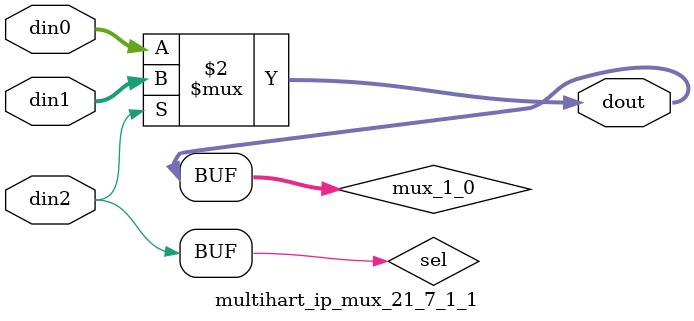
<source format=v>

`timescale 1ns/1ps

module multihart_ip_mux_21_7_1_1 #(
parameter
    ID                = 0,
    NUM_STAGE         = 1,
    din0_WIDTH       = 32,
    din1_WIDTH       = 32,
    din2_WIDTH         = 32,
    dout_WIDTH            = 32
)(
    input  [6 : 0]     din0,
    input  [6 : 0]     din1,
    input  [0 : 0]    din2,
    output [6 : 0]   dout);

// puts internal signals
wire [0 : 0]     sel;
// level 1 signals
wire [6 : 0]         mux_1_0;

assign sel = din2;

// Generate level 1 logic
assign mux_1_0 = (sel[0] == 0)? din0 : din1;

// output logic
assign dout = mux_1_0;

endmodule

</source>
